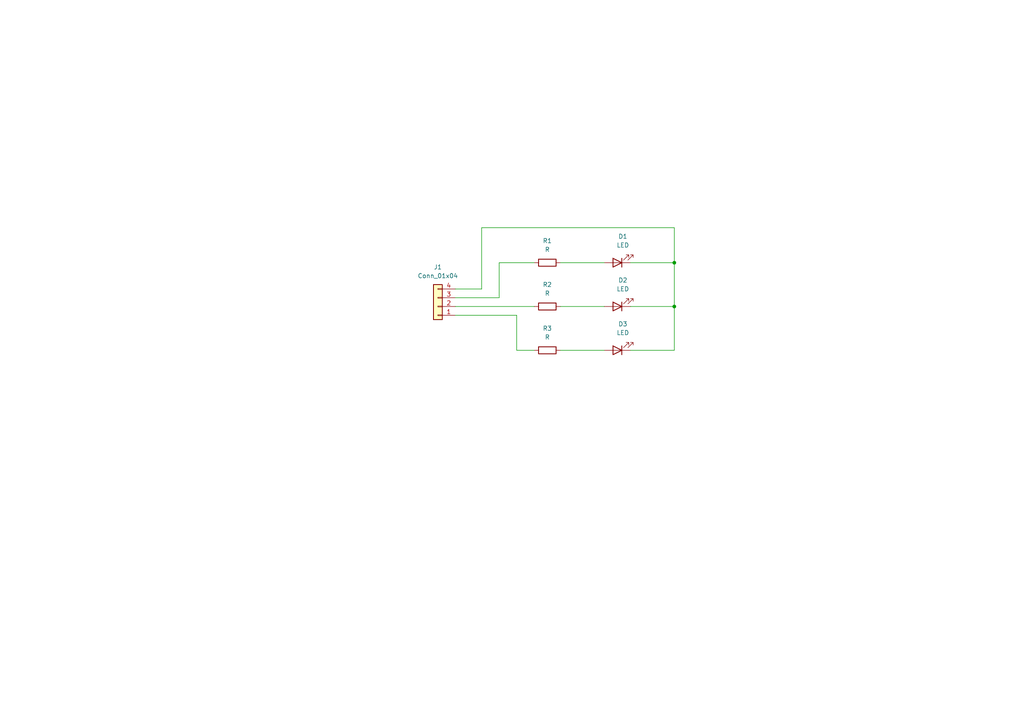
<source format=kicad_sch>
(kicad_sch (version 20230121) (generator eeschema)
  (paper "A4")
  (lib_symbols
    (symbol "Connector_Generic:Conn_01x04" (pin_names (offset 1.016) hide)
      (property "Reference" "J" (at 0 5.08 0))
      (property "Value" "Conn_01x04" (at 0 -7.62 0))
      (symbol "Conn_01x04_1_1"
        (rectangle (start -1.27 -4.953) (end 0 -5.207) (stroke (width 0.1524)))
        (rectangle (start -1.27 -2.413) (end 0 -2.667) (stroke (width 0.1524)))
        (rectangle (start -1.27 0.127) (end 0 -0.127) (stroke (width 0.1524)))
        (rectangle (start -1.27 2.667) (end 0 2.413) (stroke (width 0.1524)))
        (rectangle (start -1.27 3.81) (end 1.27 -6.35) (stroke (width 0.254)) (fill (type background)))
        (pin passive line (at -5.08 2.54 0) (length 3.81) (name "Pin_1") (number "1"))
        (pin passive line (at -5.08 0 0) (length 3.81) (name "Pin_2") (number "2"))
        (pin passive line (at -5.08 -2.54 0) (length 3.81) (name "Pin_3") (number "3"))
        (pin passive line (at -5.08 -5.08 0) (length 3.81) (name "Pin_4") (number "4"))
      )
    )
    (symbol "Device:LED" (pin_numbers hide) (pin_names (offset 1.016) hide)
      (property "Reference" "D" (at 0 2.54 0))
      (property "Value" "LED" (at 0 -2.54 0))
      (symbol "LED_0_1"
        (polyline (pts (xy -1.27 -1.27) (xy -1.27 1.27)) (stroke (width 0.254)))
        (polyline (pts (xy -1.27 0) (xy 1.27 0)))
        (polyline (pts (xy 1.27 -1.27) (xy 1.27 1.27) (xy -1.27 0) (xy 1.27 -1.27)) (stroke (width 0.254)))
        (polyline (pts (xy -3.048 -0.762) (xy -4.572 -2.286) (xy -3.81 -2.286) (xy -4.572 -2.286) (xy -4.572 -1.524)))
        (polyline (pts (xy -1.778 -0.762) (xy -3.302 -2.286) (xy -2.54 -2.286) (xy -3.302 -2.286) (xy -3.302 -1.524)))
      )
      (symbol "LED_1_1"
        (pin passive line (at -3.81 0 0) (length 2.54) (name "K") (number "1"))
        (pin passive line (at 3.81 0 180) (length 2.54) (name "A") (number "2"))
      )
    )
    (symbol "Device:R" (pin_numbers hide) (pin_names (offset 0))
      (property "Reference" "R" (at 2.032 0 90))
      (property "Value" "R" (at 0 0 90))
      (symbol "R_0_1"
        (rectangle (start -1.016 -2.54) (end 1.016 2.54) (stroke (width 0.254)))
      )
      (symbol "R_1_1"
        (pin passive line (at 0 3.81 270) (length 1.27) (name "~") (number "1"))
        (pin passive line (at 0 -3.81 90) (length 1.27) (name "~") (number "2"))
      )
    )
  )
  (junction (at 195.58 76.2))
  (junction (at 195.58 88.9))
  (wire (pts (xy 182.88 101.6) (xy 195.58 101.6)))
  (wire (pts (xy 144.78 86.36) (xy 144.78 76.2)))
  (wire (pts (xy 195.58 88.9) (xy 195.58 76.2)))
  (wire (pts (xy 162.56 76.2) (xy 175.26 76.2)))
  (wire (pts (xy 139.7 83.82) (xy 132.08 83.82)))
  (wire (pts (xy 149.86 101.6) (xy 154.94 101.6)))
  (wire (pts (xy 132.08 91.44) (xy 149.86 91.44)))
  (wire (pts (xy 195.58 66.04) (xy 139.7 66.04)))
  (wire (pts (xy 144.78 76.2) (xy 154.94 76.2)))
  (wire (pts (xy 195.58 76.2) (xy 195.58 66.04)))
  (wire (pts (xy 139.7 66.04) (xy 139.7 83.82)))
  (wire (pts (xy 162.56 88.9) (xy 175.26 88.9)))
  (wire (pts (xy 132.08 86.36) (xy 144.78 86.36)))
  (wire (pts (xy 149.86 91.44) (xy 149.86 101.6)))
  (wire (pts (xy 182.88 88.9) (xy 195.58 88.9)))
  (wire (pts (xy 132.08 88.9) (xy 154.94 88.9)))
  (wire (pts (xy 182.88 76.2) (xy 195.58 76.2)))
  (wire (pts (xy 195.58 101.6) (xy 195.58 88.9)))
  (wire (pts (xy 162.56 101.6) (xy 175.26 101.6)))
  (symbol (lib_id "Device:LED") (at 179.07 101.6 180) (unit 1)
    (property "Reference" "D3" (at 180.6575 93.98 0))
    (property "Value" "LED" (at 180.6575 96.52 0))
    (property "Footprint" "LED_THT:LED_D3.0mm" (effects hide))
  )
  (symbol (lib_id "Device:R") (at 158.75 88.9 90) (unit 1)
    (property "Reference" "R2" (at 158.75 82.55 90))
    (property "Value" "R" (at 158.75 85.09 90))
    (property "Footprint" "Resistor_THT:R_Axial_DIN0411_L9.9mm_D3.6mm_P12.70mm_Horizontal" (effects hide))
  )
  (symbol (lib_id "Device:LED") (at 179.07 88.9 180) (unit 1)
    (property "Reference" "D2" (at 180.6575 81.28 0))
    (property "Value" "LED" (at 180.6575 83.82 0))
    (property "Footprint" "LED_THT:LED_D3.0mm" (effects hide))
  )
  (symbol (lib_id "Device:LED") (at 179.07 76.2 180) (unit 1)
    (property "Reference" "D1" (at 180.6575 68.58 0))
    (property "Value" "LED" (at 180.6575 71.12 0))
    (property "Footprint" "LED_THT:LED_D3.0mm" (effects hide))
  )
  (symbol (lib_id "Device:R") (at 158.75 76.2 90) (unit 1)
    (property "Reference" "R1" (at 158.75 69.85 90))
    (property "Value" "R" (at 158.75 72.39 90))
    (property "Footprint" "Resistor_THT:R_Axial_DIN0411_L9.9mm_D3.6mm_P12.70mm_Horizontal" (effects hide))
  )
  (symbol (lib_id "Connector_Generic:Conn_01x04") (at 127 88.9 180) (unit 1)
    (property "Reference" "J1" (at 127 77.47 0))
    (property "Value" "Conn_01x04" (at 127 80.01 0))
    (property "Footprint" "Connector_PinHeader_2.00mm:PinHeader_1x04_P2.00mm_Horizontal" (effects hide))
  )
  (symbol (lib_id "Device:R") (at 158.75 101.6 90) (unit 1)
    (property "Reference" "R3" (at 158.75 95.25 90))
    (property "Value" "R" (at 158.75 97.79 90))
    (property "Footprint" "Resistor_THT:R_Axial_DIN0411_L9.9mm_D3.6mm_P12.70mm_Horizontal" (effects hide))
  )
)
</source>
